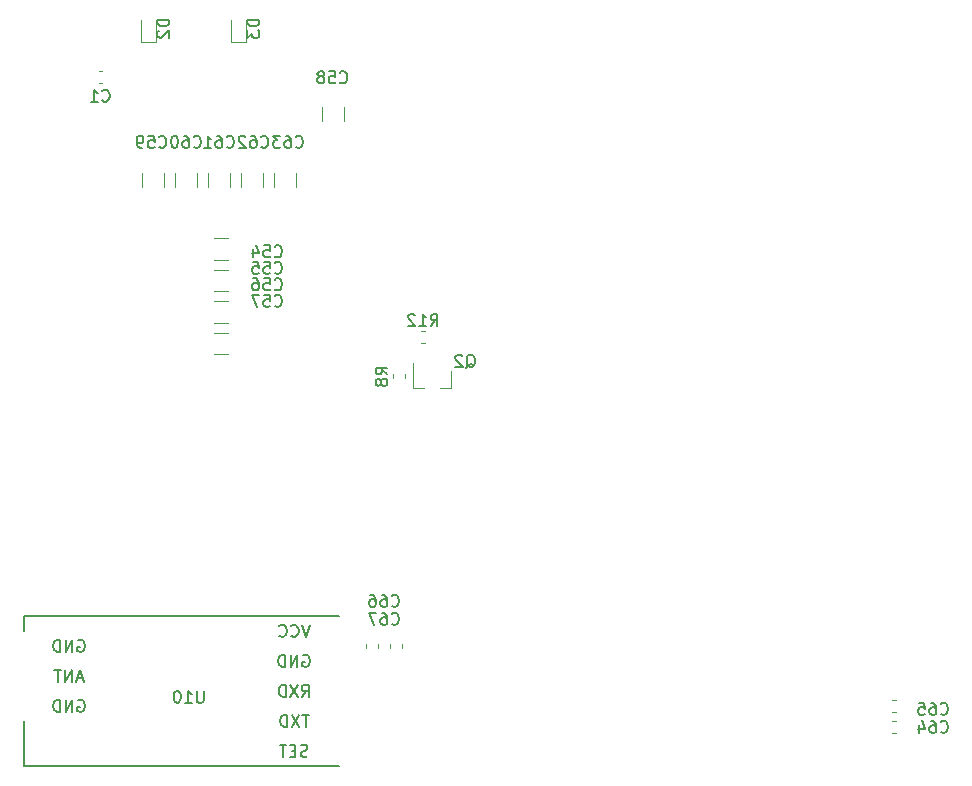
<source format=gbr>
G04 #@! TF.GenerationSoftware,KiCad,Pcbnew,(5.0.0)*
G04 #@! TF.CreationDate,2019-05-21T21:20:09+02:00*
G04 #@! TF.ProjectId,Nightmare V2 pcb V6,4E696768746D61726520563220706362,rev?*
G04 #@! TF.SameCoordinates,Original*
G04 #@! TF.FileFunction,Legend,Bot*
G04 #@! TF.FilePolarity,Positive*
%FSLAX46Y46*%
G04 Gerber Fmt 4.6, Leading zero omitted, Abs format (unit mm)*
G04 Created by KiCad (PCBNEW (5.0.0)) date 05/21/19 21:20:09*
%MOMM*%
%LPD*%
G01*
G04 APERTURE LIST*
%ADD10C,0.120000*%
%ADD11C,0.150000*%
G04 APERTURE END LIST*
D10*
G04 #@! TO.C,R12*
X159674779Y-106678000D02*
X159349221Y-106678000D01*
X159674779Y-107698000D02*
X159349221Y-107698000D01*
G04 #@! TO.C,R8*
X156970000Y-110327221D02*
X156970000Y-110652779D01*
X157990000Y-110327221D02*
X157990000Y-110652779D01*
G04 #@! TO.C,Q2*
X161854000Y-111504000D02*
X160924000Y-111504000D01*
X158694000Y-111504000D02*
X159624000Y-111504000D01*
X158694000Y-111504000D02*
X158694000Y-109344000D01*
X161854000Y-111504000D02*
X161854000Y-110044000D01*
G04 #@! TO.C,D3*
X143291000Y-80326000D02*
X143291000Y-82176000D01*
X144491000Y-80326000D02*
X144491000Y-82176000D01*
X144491000Y-82176000D02*
X143291000Y-82176000D01*
G04 #@! TO.C,D2*
X136871000Y-82176000D02*
X135671000Y-82176000D01*
X136871000Y-80326000D02*
X136871000Y-82176000D01*
X135671000Y-80326000D02*
X135671000Y-82176000D01*
G04 #@! TO.C,C1*
X132044221Y-84630800D02*
X132369779Y-84630800D01*
X132044221Y-85650800D02*
X132369779Y-85650800D01*
G04 #@! TO.C,C67*
X157736000Y-133187221D02*
X157736000Y-133512779D01*
X156716000Y-133187221D02*
X156716000Y-133512779D01*
G04 #@! TO.C,C66*
X154684000Y-133187221D02*
X154684000Y-133512779D01*
X155704000Y-133187221D02*
X155704000Y-133512779D01*
G04 #@! TO.C,C64*
X199227221Y-140718000D02*
X199552779Y-140718000D01*
X199227221Y-139698000D02*
X199552779Y-139698000D01*
G04 #@! TO.C,C65*
X199227221Y-137920000D02*
X199552779Y-137920000D01*
X199227221Y-138940000D02*
X199552779Y-138940000D01*
G04 #@! TO.C,C62*
X145944000Y-93250936D02*
X145944000Y-94455064D01*
X144124000Y-93250936D02*
X144124000Y-94455064D01*
G04 #@! TO.C,C63*
X146918000Y-93250936D02*
X146918000Y-94455064D01*
X148738000Y-93250936D02*
X148738000Y-94455064D01*
G04 #@! TO.C,C59*
X137562000Y-93250936D02*
X137562000Y-94455064D01*
X135742000Y-93250936D02*
X135742000Y-94455064D01*
G04 #@! TO.C,C58*
X152802000Y-88867064D02*
X152802000Y-87662936D01*
X150982000Y-88867064D02*
X150982000Y-87662936D01*
G04 #@! TO.C,C61*
X143150000Y-93250936D02*
X143150000Y-94455064D01*
X141330000Y-93250936D02*
X141330000Y-94455064D01*
G04 #@! TO.C,C57*
X143020990Y-106800798D02*
X141816862Y-106800798D01*
X143020990Y-108620798D02*
X141816862Y-108620798D01*
G04 #@! TO.C,C55*
X143020990Y-103286798D02*
X141816862Y-103286798D01*
X143020990Y-101466798D02*
X141816862Y-101466798D01*
G04 #@! TO.C,C54*
X143020990Y-98799798D02*
X141816862Y-98799798D01*
X143020990Y-100619798D02*
X141816862Y-100619798D01*
G04 #@! TO.C,C56*
X143020990Y-104133798D02*
X141816862Y-104133798D01*
X143020990Y-105953798D02*
X141816862Y-105953798D01*
G04 #@! TO.C,C60*
X138536000Y-93250936D02*
X138536000Y-94455064D01*
X140356000Y-93250936D02*
X140356000Y-94455064D01*
D11*
G04 #@! TO.C,U10*
X125730000Y-143510000D02*
X125730000Y-139700000D01*
X152400000Y-143510000D02*
X125730000Y-143510000D01*
X125730000Y-130810000D02*
X125730000Y-132080000D01*
X152400000Y-130810000D02*
X125730000Y-130810000D01*
G04 #@! TD*
G04 #@! TO.C,R12*
X160154857Y-106210380D02*
X160488190Y-105734190D01*
X160726285Y-106210380D02*
X160726285Y-105210380D01*
X160345333Y-105210380D01*
X160250095Y-105258000D01*
X160202476Y-105305619D01*
X160154857Y-105400857D01*
X160154857Y-105543714D01*
X160202476Y-105638952D01*
X160250095Y-105686571D01*
X160345333Y-105734190D01*
X160726285Y-105734190D01*
X159202476Y-106210380D02*
X159773904Y-106210380D01*
X159488190Y-106210380D02*
X159488190Y-105210380D01*
X159583428Y-105353238D01*
X159678666Y-105448476D01*
X159773904Y-105496095D01*
X158821523Y-105305619D02*
X158773904Y-105258000D01*
X158678666Y-105210380D01*
X158440571Y-105210380D01*
X158345333Y-105258000D01*
X158297714Y-105305619D01*
X158250095Y-105400857D01*
X158250095Y-105496095D01*
X158297714Y-105638952D01*
X158869142Y-106210380D01*
X158250095Y-106210380D01*
G04 #@! TO.C,R8*
X156502380Y-110323333D02*
X156026190Y-109990000D01*
X156502380Y-109751904D02*
X155502380Y-109751904D01*
X155502380Y-110132857D01*
X155550000Y-110228095D01*
X155597619Y-110275714D01*
X155692857Y-110323333D01*
X155835714Y-110323333D01*
X155930952Y-110275714D01*
X155978571Y-110228095D01*
X156026190Y-110132857D01*
X156026190Y-109751904D01*
X155930952Y-110894761D02*
X155883333Y-110799523D01*
X155835714Y-110751904D01*
X155740476Y-110704285D01*
X155692857Y-110704285D01*
X155597619Y-110751904D01*
X155550000Y-110799523D01*
X155502380Y-110894761D01*
X155502380Y-111085238D01*
X155550000Y-111180476D01*
X155597619Y-111228095D01*
X155692857Y-111275714D01*
X155740476Y-111275714D01*
X155835714Y-111228095D01*
X155883333Y-111180476D01*
X155930952Y-111085238D01*
X155930952Y-110894761D01*
X155978571Y-110799523D01*
X156026190Y-110751904D01*
X156121428Y-110704285D01*
X156311904Y-110704285D01*
X156407142Y-110751904D01*
X156454761Y-110799523D01*
X156502380Y-110894761D01*
X156502380Y-111085238D01*
X156454761Y-111180476D01*
X156407142Y-111228095D01*
X156311904Y-111275714D01*
X156121428Y-111275714D01*
X156026190Y-111228095D01*
X155978571Y-111180476D01*
X155930952Y-111085238D01*
G04 #@! TO.C,Q2*
X163163238Y-109767619D02*
X163258476Y-109720000D01*
X163353714Y-109624761D01*
X163496571Y-109481904D01*
X163591809Y-109434285D01*
X163687047Y-109434285D01*
X163639428Y-109672380D02*
X163734666Y-109624761D01*
X163829904Y-109529523D01*
X163877523Y-109339047D01*
X163877523Y-109005714D01*
X163829904Y-108815238D01*
X163734666Y-108720000D01*
X163639428Y-108672380D01*
X163448952Y-108672380D01*
X163353714Y-108720000D01*
X163258476Y-108815238D01*
X163210857Y-109005714D01*
X163210857Y-109339047D01*
X163258476Y-109529523D01*
X163353714Y-109624761D01*
X163448952Y-109672380D01*
X163639428Y-109672380D01*
X162829904Y-108767619D02*
X162782285Y-108720000D01*
X162687047Y-108672380D01*
X162448952Y-108672380D01*
X162353714Y-108720000D01*
X162306095Y-108767619D01*
X162258476Y-108862857D01*
X162258476Y-108958095D01*
X162306095Y-109100952D01*
X162877523Y-109672380D01*
X162258476Y-109672380D01*
G04 #@! TO.C,D3*
X145643380Y-80287904D02*
X144643380Y-80287904D01*
X144643380Y-80526000D01*
X144691000Y-80668857D01*
X144786238Y-80764095D01*
X144881476Y-80811714D01*
X145071952Y-80859333D01*
X145214809Y-80859333D01*
X145405285Y-80811714D01*
X145500523Y-80764095D01*
X145595761Y-80668857D01*
X145643380Y-80526000D01*
X145643380Y-80287904D01*
X144643380Y-81192666D02*
X144643380Y-81811714D01*
X145024333Y-81478380D01*
X145024333Y-81621238D01*
X145071952Y-81716476D01*
X145119571Y-81764095D01*
X145214809Y-81811714D01*
X145452904Y-81811714D01*
X145548142Y-81764095D01*
X145595761Y-81716476D01*
X145643380Y-81621238D01*
X145643380Y-81335523D01*
X145595761Y-81240285D01*
X145548142Y-81192666D01*
G04 #@! TO.C,D2*
X138023380Y-80287904D02*
X137023380Y-80287904D01*
X137023380Y-80526000D01*
X137071000Y-80668857D01*
X137166238Y-80764095D01*
X137261476Y-80811714D01*
X137451952Y-80859333D01*
X137594809Y-80859333D01*
X137785285Y-80811714D01*
X137880523Y-80764095D01*
X137975761Y-80668857D01*
X138023380Y-80526000D01*
X138023380Y-80287904D01*
X137118619Y-81240285D02*
X137071000Y-81287904D01*
X137023380Y-81383142D01*
X137023380Y-81621238D01*
X137071000Y-81716476D01*
X137118619Y-81764095D01*
X137213857Y-81811714D01*
X137309095Y-81811714D01*
X137451952Y-81764095D01*
X138023380Y-81192666D01*
X138023380Y-81811714D01*
G04 #@! TO.C,C1*
X132348266Y-87123542D02*
X132395885Y-87171161D01*
X132538742Y-87218780D01*
X132633980Y-87218780D01*
X132776838Y-87171161D01*
X132872076Y-87075923D01*
X132919695Y-86980685D01*
X132967314Y-86790209D01*
X132967314Y-86647352D01*
X132919695Y-86456876D01*
X132872076Y-86361638D01*
X132776838Y-86266400D01*
X132633980Y-86218780D01*
X132538742Y-86218780D01*
X132395885Y-86266400D01*
X132348266Y-86314019D01*
X131395885Y-87218780D02*
X131967314Y-87218780D01*
X131681600Y-87218780D02*
X131681600Y-86218780D01*
X131776838Y-86361638D01*
X131872076Y-86456876D01*
X131967314Y-86504495D01*
G04 #@! TO.C,C67*
X156852857Y-131421142D02*
X156900476Y-131468761D01*
X157043333Y-131516380D01*
X157138571Y-131516380D01*
X157281428Y-131468761D01*
X157376666Y-131373523D01*
X157424285Y-131278285D01*
X157471904Y-131087809D01*
X157471904Y-130944952D01*
X157424285Y-130754476D01*
X157376666Y-130659238D01*
X157281428Y-130564000D01*
X157138571Y-130516380D01*
X157043333Y-130516380D01*
X156900476Y-130564000D01*
X156852857Y-130611619D01*
X155995714Y-130516380D02*
X156186190Y-130516380D01*
X156281428Y-130564000D01*
X156329047Y-130611619D01*
X156424285Y-130754476D01*
X156471904Y-130944952D01*
X156471904Y-131325904D01*
X156424285Y-131421142D01*
X156376666Y-131468761D01*
X156281428Y-131516380D01*
X156090952Y-131516380D01*
X155995714Y-131468761D01*
X155948095Y-131421142D01*
X155900476Y-131325904D01*
X155900476Y-131087809D01*
X155948095Y-130992571D01*
X155995714Y-130944952D01*
X156090952Y-130897333D01*
X156281428Y-130897333D01*
X156376666Y-130944952D01*
X156424285Y-130992571D01*
X156471904Y-131087809D01*
X155567142Y-130516380D02*
X154900476Y-130516380D01*
X155329047Y-131516380D01*
G04 #@! TO.C,C66*
X156852857Y-129897142D02*
X156900476Y-129944761D01*
X157043333Y-129992380D01*
X157138571Y-129992380D01*
X157281428Y-129944761D01*
X157376666Y-129849523D01*
X157424285Y-129754285D01*
X157471904Y-129563809D01*
X157471904Y-129420952D01*
X157424285Y-129230476D01*
X157376666Y-129135238D01*
X157281428Y-129040000D01*
X157138571Y-128992380D01*
X157043333Y-128992380D01*
X156900476Y-129040000D01*
X156852857Y-129087619D01*
X155995714Y-128992380D02*
X156186190Y-128992380D01*
X156281428Y-129040000D01*
X156329047Y-129087619D01*
X156424285Y-129230476D01*
X156471904Y-129420952D01*
X156471904Y-129801904D01*
X156424285Y-129897142D01*
X156376666Y-129944761D01*
X156281428Y-129992380D01*
X156090952Y-129992380D01*
X155995714Y-129944761D01*
X155948095Y-129897142D01*
X155900476Y-129801904D01*
X155900476Y-129563809D01*
X155948095Y-129468571D01*
X155995714Y-129420952D01*
X156090952Y-129373333D01*
X156281428Y-129373333D01*
X156376666Y-129420952D01*
X156424285Y-129468571D01*
X156471904Y-129563809D01*
X155043333Y-128992380D02*
X155233809Y-128992380D01*
X155329047Y-129040000D01*
X155376666Y-129087619D01*
X155471904Y-129230476D01*
X155519523Y-129420952D01*
X155519523Y-129801904D01*
X155471904Y-129897142D01*
X155424285Y-129944761D01*
X155329047Y-129992380D01*
X155138571Y-129992380D01*
X155043333Y-129944761D01*
X154995714Y-129897142D01*
X154948095Y-129801904D01*
X154948095Y-129563809D01*
X154995714Y-129468571D01*
X155043333Y-129420952D01*
X155138571Y-129373333D01*
X155329047Y-129373333D01*
X155424285Y-129420952D01*
X155471904Y-129468571D01*
X155519523Y-129563809D01*
G04 #@! TO.C,C64*
X203334857Y-140565142D02*
X203382476Y-140612761D01*
X203525333Y-140660380D01*
X203620571Y-140660380D01*
X203763428Y-140612761D01*
X203858666Y-140517523D01*
X203906285Y-140422285D01*
X203953904Y-140231809D01*
X203953904Y-140088952D01*
X203906285Y-139898476D01*
X203858666Y-139803238D01*
X203763428Y-139708000D01*
X203620571Y-139660380D01*
X203525333Y-139660380D01*
X203382476Y-139708000D01*
X203334857Y-139755619D01*
X202477714Y-139660380D02*
X202668190Y-139660380D01*
X202763428Y-139708000D01*
X202811047Y-139755619D01*
X202906285Y-139898476D01*
X202953904Y-140088952D01*
X202953904Y-140469904D01*
X202906285Y-140565142D01*
X202858666Y-140612761D01*
X202763428Y-140660380D01*
X202572952Y-140660380D01*
X202477714Y-140612761D01*
X202430095Y-140565142D01*
X202382476Y-140469904D01*
X202382476Y-140231809D01*
X202430095Y-140136571D01*
X202477714Y-140088952D01*
X202572952Y-140041333D01*
X202763428Y-140041333D01*
X202858666Y-140088952D01*
X202906285Y-140136571D01*
X202953904Y-140231809D01*
X201525333Y-139993714D02*
X201525333Y-140660380D01*
X201763428Y-139612761D02*
X202001523Y-140327047D01*
X201382476Y-140327047D01*
G04 #@! TO.C,C65*
X203334857Y-139041142D02*
X203382476Y-139088761D01*
X203525333Y-139136380D01*
X203620571Y-139136380D01*
X203763428Y-139088761D01*
X203858666Y-138993523D01*
X203906285Y-138898285D01*
X203953904Y-138707809D01*
X203953904Y-138564952D01*
X203906285Y-138374476D01*
X203858666Y-138279238D01*
X203763428Y-138184000D01*
X203620571Y-138136380D01*
X203525333Y-138136380D01*
X203382476Y-138184000D01*
X203334857Y-138231619D01*
X202477714Y-138136380D02*
X202668190Y-138136380D01*
X202763428Y-138184000D01*
X202811047Y-138231619D01*
X202906285Y-138374476D01*
X202953904Y-138564952D01*
X202953904Y-138945904D01*
X202906285Y-139041142D01*
X202858666Y-139088761D01*
X202763428Y-139136380D01*
X202572952Y-139136380D01*
X202477714Y-139088761D01*
X202430095Y-139041142D01*
X202382476Y-138945904D01*
X202382476Y-138707809D01*
X202430095Y-138612571D01*
X202477714Y-138564952D01*
X202572952Y-138517333D01*
X202763428Y-138517333D01*
X202858666Y-138564952D01*
X202906285Y-138612571D01*
X202953904Y-138707809D01*
X201477714Y-138136380D02*
X201953904Y-138136380D01*
X202001523Y-138612571D01*
X201953904Y-138564952D01*
X201858666Y-138517333D01*
X201620571Y-138517333D01*
X201525333Y-138564952D01*
X201477714Y-138612571D01*
X201430095Y-138707809D01*
X201430095Y-138945904D01*
X201477714Y-139041142D01*
X201525333Y-139088761D01*
X201620571Y-139136380D01*
X201858666Y-139136380D01*
X201953904Y-139088761D01*
X202001523Y-139041142D01*
G04 #@! TO.C,C62*
X145803857Y-91035142D02*
X145851476Y-91082761D01*
X145994333Y-91130380D01*
X146089571Y-91130380D01*
X146232428Y-91082761D01*
X146327666Y-90987523D01*
X146375285Y-90892285D01*
X146422904Y-90701809D01*
X146422904Y-90558952D01*
X146375285Y-90368476D01*
X146327666Y-90273238D01*
X146232428Y-90178000D01*
X146089571Y-90130380D01*
X145994333Y-90130380D01*
X145851476Y-90178000D01*
X145803857Y-90225619D01*
X144946714Y-90130380D02*
X145137190Y-90130380D01*
X145232428Y-90178000D01*
X145280047Y-90225619D01*
X145375285Y-90368476D01*
X145422904Y-90558952D01*
X145422904Y-90939904D01*
X145375285Y-91035142D01*
X145327666Y-91082761D01*
X145232428Y-91130380D01*
X145041952Y-91130380D01*
X144946714Y-91082761D01*
X144899095Y-91035142D01*
X144851476Y-90939904D01*
X144851476Y-90701809D01*
X144899095Y-90606571D01*
X144946714Y-90558952D01*
X145041952Y-90511333D01*
X145232428Y-90511333D01*
X145327666Y-90558952D01*
X145375285Y-90606571D01*
X145422904Y-90701809D01*
X144470523Y-90225619D02*
X144422904Y-90178000D01*
X144327666Y-90130380D01*
X144089571Y-90130380D01*
X143994333Y-90178000D01*
X143946714Y-90225619D01*
X143899095Y-90320857D01*
X143899095Y-90416095D01*
X143946714Y-90558952D01*
X144518142Y-91130380D01*
X143899095Y-91130380D01*
G04 #@! TO.C,C63*
X148724857Y-91035142D02*
X148772476Y-91082761D01*
X148915333Y-91130380D01*
X149010571Y-91130380D01*
X149153428Y-91082761D01*
X149248666Y-90987523D01*
X149296285Y-90892285D01*
X149343904Y-90701809D01*
X149343904Y-90558952D01*
X149296285Y-90368476D01*
X149248666Y-90273238D01*
X149153428Y-90178000D01*
X149010571Y-90130380D01*
X148915333Y-90130380D01*
X148772476Y-90178000D01*
X148724857Y-90225619D01*
X147867714Y-90130380D02*
X148058190Y-90130380D01*
X148153428Y-90178000D01*
X148201047Y-90225619D01*
X148296285Y-90368476D01*
X148343904Y-90558952D01*
X148343904Y-90939904D01*
X148296285Y-91035142D01*
X148248666Y-91082761D01*
X148153428Y-91130380D01*
X147962952Y-91130380D01*
X147867714Y-91082761D01*
X147820095Y-91035142D01*
X147772476Y-90939904D01*
X147772476Y-90701809D01*
X147820095Y-90606571D01*
X147867714Y-90558952D01*
X147962952Y-90511333D01*
X148153428Y-90511333D01*
X148248666Y-90558952D01*
X148296285Y-90606571D01*
X148343904Y-90701809D01*
X147439142Y-90130380D02*
X146820095Y-90130380D01*
X147153428Y-90511333D01*
X147010571Y-90511333D01*
X146915333Y-90558952D01*
X146867714Y-90606571D01*
X146820095Y-90701809D01*
X146820095Y-90939904D01*
X146867714Y-91035142D01*
X146915333Y-91082761D01*
X147010571Y-91130380D01*
X147296285Y-91130380D01*
X147391523Y-91082761D01*
X147439142Y-91035142D01*
G04 #@! TO.C,C59*
X137167857Y-91035142D02*
X137215476Y-91082761D01*
X137358333Y-91130380D01*
X137453571Y-91130380D01*
X137596428Y-91082761D01*
X137691666Y-90987523D01*
X137739285Y-90892285D01*
X137786904Y-90701809D01*
X137786904Y-90558952D01*
X137739285Y-90368476D01*
X137691666Y-90273238D01*
X137596428Y-90178000D01*
X137453571Y-90130380D01*
X137358333Y-90130380D01*
X137215476Y-90178000D01*
X137167857Y-90225619D01*
X136263095Y-90130380D02*
X136739285Y-90130380D01*
X136786904Y-90606571D01*
X136739285Y-90558952D01*
X136644047Y-90511333D01*
X136405952Y-90511333D01*
X136310714Y-90558952D01*
X136263095Y-90606571D01*
X136215476Y-90701809D01*
X136215476Y-90939904D01*
X136263095Y-91035142D01*
X136310714Y-91082761D01*
X136405952Y-91130380D01*
X136644047Y-91130380D01*
X136739285Y-91082761D01*
X136786904Y-91035142D01*
X135739285Y-91130380D02*
X135548809Y-91130380D01*
X135453571Y-91082761D01*
X135405952Y-91035142D01*
X135310714Y-90892285D01*
X135263095Y-90701809D01*
X135263095Y-90320857D01*
X135310714Y-90225619D01*
X135358333Y-90178000D01*
X135453571Y-90130380D01*
X135644047Y-90130380D01*
X135739285Y-90178000D01*
X135786904Y-90225619D01*
X135834523Y-90320857D01*
X135834523Y-90558952D01*
X135786904Y-90654190D01*
X135739285Y-90701809D01*
X135644047Y-90749428D01*
X135453571Y-90749428D01*
X135358333Y-90701809D01*
X135310714Y-90654190D01*
X135263095Y-90558952D01*
G04 #@! TO.C,C58*
X152471357Y-85574142D02*
X152518976Y-85621761D01*
X152661833Y-85669380D01*
X152757071Y-85669380D01*
X152899928Y-85621761D01*
X152995166Y-85526523D01*
X153042785Y-85431285D01*
X153090404Y-85240809D01*
X153090404Y-85097952D01*
X153042785Y-84907476D01*
X152995166Y-84812238D01*
X152899928Y-84717000D01*
X152757071Y-84669380D01*
X152661833Y-84669380D01*
X152518976Y-84717000D01*
X152471357Y-84764619D01*
X151566595Y-84669380D02*
X152042785Y-84669380D01*
X152090404Y-85145571D01*
X152042785Y-85097952D01*
X151947547Y-85050333D01*
X151709452Y-85050333D01*
X151614214Y-85097952D01*
X151566595Y-85145571D01*
X151518976Y-85240809D01*
X151518976Y-85478904D01*
X151566595Y-85574142D01*
X151614214Y-85621761D01*
X151709452Y-85669380D01*
X151947547Y-85669380D01*
X152042785Y-85621761D01*
X152090404Y-85574142D01*
X150947547Y-85097952D02*
X151042785Y-85050333D01*
X151090404Y-85002714D01*
X151138023Y-84907476D01*
X151138023Y-84859857D01*
X151090404Y-84764619D01*
X151042785Y-84717000D01*
X150947547Y-84669380D01*
X150757071Y-84669380D01*
X150661833Y-84717000D01*
X150614214Y-84764619D01*
X150566595Y-84859857D01*
X150566595Y-84907476D01*
X150614214Y-85002714D01*
X150661833Y-85050333D01*
X150757071Y-85097952D01*
X150947547Y-85097952D01*
X151042785Y-85145571D01*
X151090404Y-85193190D01*
X151138023Y-85288428D01*
X151138023Y-85478904D01*
X151090404Y-85574142D01*
X151042785Y-85621761D01*
X150947547Y-85669380D01*
X150757071Y-85669380D01*
X150661833Y-85621761D01*
X150614214Y-85574142D01*
X150566595Y-85478904D01*
X150566595Y-85288428D01*
X150614214Y-85193190D01*
X150661833Y-85145571D01*
X150757071Y-85097952D01*
G04 #@! TO.C,C61*
X142882857Y-91035142D02*
X142930476Y-91082761D01*
X143073333Y-91130380D01*
X143168571Y-91130380D01*
X143311428Y-91082761D01*
X143406666Y-90987523D01*
X143454285Y-90892285D01*
X143501904Y-90701809D01*
X143501904Y-90558952D01*
X143454285Y-90368476D01*
X143406666Y-90273238D01*
X143311428Y-90178000D01*
X143168571Y-90130380D01*
X143073333Y-90130380D01*
X142930476Y-90178000D01*
X142882857Y-90225619D01*
X142025714Y-90130380D02*
X142216190Y-90130380D01*
X142311428Y-90178000D01*
X142359047Y-90225619D01*
X142454285Y-90368476D01*
X142501904Y-90558952D01*
X142501904Y-90939904D01*
X142454285Y-91035142D01*
X142406666Y-91082761D01*
X142311428Y-91130380D01*
X142120952Y-91130380D01*
X142025714Y-91082761D01*
X141978095Y-91035142D01*
X141930476Y-90939904D01*
X141930476Y-90701809D01*
X141978095Y-90606571D01*
X142025714Y-90558952D01*
X142120952Y-90511333D01*
X142311428Y-90511333D01*
X142406666Y-90558952D01*
X142454285Y-90606571D01*
X142501904Y-90701809D01*
X140978095Y-91130380D02*
X141549523Y-91130380D01*
X141263809Y-91130380D02*
X141263809Y-90130380D01*
X141359047Y-90273238D01*
X141454285Y-90368476D01*
X141549523Y-90416095D01*
G04 #@! TO.C,C57*
X146946857Y-104497142D02*
X146994476Y-104544761D01*
X147137333Y-104592380D01*
X147232571Y-104592380D01*
X147375428Y-104544761D01*
X147470666Y-104449523D01*
X147518285Y-104354285D01*
X147565904Y-104163809D01*
X147565904Y-104020952D01*
X147518285Y-103830476D01*
X147470666Y-103735238D01*
X147375428Y-103640000D01*
X147232571Y-103592380D01*
X147137333Y-103592380D01*
X146994476Y-103640000D01*
X146946857Y-103687619D01*
X146042095Y-103592380D02*
X146518285Y-103592380D01*
X146565904Y-104068571D01*
X146518285Y-104020952D01*
X146423047Y-103973333D01*
X146184952Y-103973333D01*
X146089714Y-104020952D01*
X146042095Y-104068571D01*
X145994476Y-104163809D01*
X145994476Y-104401904D01*
X146042095Y-104497142D01*
X146089714Y-104544761D01*
X146184952Y-104592380D01*
X146423047Y-104592380D01*
X146518285Y-104544761D01*
X146565904Y-104497142D01*
X145661142Y-103592380D02*
X144994476Y-103592380D01*
X145423047Y-104592380D01*
G04 #@! TO.C,C55*
X146946857Y-101703142D02*
X146994476Y-101750761D01*
X147137333Y-101798380D01*
X147232571Y-101798380D01*
X147375428Y-101750761D01*
X147470666Y-101655523D01*
X147518285Y-101560285D01*
X147565904Y-101369809D01*
X147565904Y-101226952D01*
X147518285Y-101036476D01*
X147470666Y-100941238D01*
X147375428Y-100846000D01*
X147232571Y-100798380D01*
X147137333Y-100798380D01*
X146994476Y-100846000D01*
X146946857Y-100893619D01*
X146042095Y-100798380D02*
X146518285Y-100798380D01*
X146565904Y-101274571D01*
X146518285Y-101226952D01*
X146423047Y-101179333D01*
X146184952Y-101179333D01*
X146089714Y-101226952D01*
X146042095Y-101274571D01*
X145994476Y-101369809D01*
X145994476Y-101607904D01*
X146042095Y-101703142D01*
X146089714Y-101750761D01*
X146184952Y-101798380D01*
X146423047Y-101798380D01*
X146518285Y-101750761D01*
X146565904Y-101703142D01*
X145089714Y-100798380D02*
X145565904Y-100798380D01*
X145613523Y-101274571D01*
X145565904Y-101226952D01*
X145470666Y-101179333D01*
X145232571Y-101179333D01*
X145137333Y-101226952D01*
X145089714Y-101274571D01*
X145042095Y-101369809D01*
X145042095Y-101607904D01*
X145089714Y-101703142D01*
X145137333Y-101750761D01*
X145232571Y-101798380D01*
X145470666Y-101798380D01*
X145565904Y-101750761D01*
X145613523Y-101703142D01*
G04 #@! TO.C,C54*
X146946857Y-100306142D02*
X146994476Y-100353761D01*
X147137333Y-100401380D01*
X147232571Y-100401380D01*
X147375428Y-100353761D01*
X147470666Y-100258523D01*
X147518285Y-100163285D01*
X147565904Y-99972809D01*
X147565904Y-99829952D01*
X147518285Y-99639476D01*
X147470666Y-99544238D01*
X147375428Y-99449000D01*
X147232571Y-99401380D01*
X147137333Y-99401380D01*
X146994476Y-99449000D01*
X146946857Y-99496619D01*
X146042095Y-99401380D02*
X146518285Y-99401380D01*
X146565904Y-99877571D01*
X146518285Y-99829952D01*
X146423047Y-99782333D01*
X146184952Y-99782333D01*
X146089714Y-99829952D01*
X146042095Y-99877571D01*
X145994476Y-99972809D01*
X145994476Y-100210904D01*
X146042095Y-100306142D01*
X146089714Y-100353761D01*
X146184952Y-100401380D01*
X146423047Y-100401380D01*
X146518285Y-100353761D01*
X146565904Y-100306142D01*
X145137333Y-99734714D02*
X145137333Y-100401380D01*
X145375428Y-99353761D02*
X145613523Y-100068047D01*
X144994476Y-100068047D01*
G04 #@! TO.C,C56*
X146946857Y-103100142D02*
X146994476Y-103147761D01*
X147137333Y-103195380D01*
X147232571Y-103195380D01*
X147375428Y-103147761D01*
X147470666Y-103052523D01*
X147518285Y-102957285D01*
X147565904Y-102766809D01*
X147565904Y-102623952D01*
X147518285Y-102433476D01*
X147470666Y-102338238D01*
X147375428Y-102243000D01*
X147232571Y-102195380D01*
X147137333Y-102195380D01*
X146994476Y-102243000D01*
X146946857Y-102290619D01*
X146042095Y-102195380D02*
X146518285Y-102195380D01*
X146565904Y-102671571D01*
X146518285Y-102623952D01*
X146423047Y-102576333D01*
X146184952Y-102576333D01*
X146089714Y-102623952D01*
X146042095Y-102671571D01*
X145994476Y-102766809D01*
X145994476Y-103004904D01*
X146042095Y-103100142D01*
X146089714Y-103147761D01*
X146184952Y-103195380D01*
X146423047Y-103195380D01*
X146518285Y-103147761D01*
X146565904Y-103100142D01*
X145137333Y-102195380D02*
X145327809Y-102195380D01*
X145423047Y-102243000D01*
X145470666Y-102290619D01*
X145565904Y-102433476D01*
X145613523Y-102623952D01*
X145613523Y-103004904D01*
X145565904Y-103100142D01*
X145518285Y-103147761D01*
X145423047Y-103195380D01*
X145232571Y-103195380D01*
X145137333Y-103147761D01*
X145089714Y-103100142D01*
X145042095Y-103004904D01*
X145042095Y-102766809D01*
X145089714Y-102671571D01*
X145137333Y-102623952D01*
X145232571Y-102576333D01*
X145423047Y-102576333D01*
X145518285Y-102623952D01*
X145565904Y-102671571D01*
X145613523Y-102766809D01*
G04 #@! TO.C,C60*
X140088857Y-91035142D02*
X140136476Y-91082761D01*
X140279333Y-91130380D01*
X140374571Y-91130380D01*
X140517428Y-91082761D01*
X140612666Y-90987523D01*
X140660285Y-90892285D01*
X140707904Y-90701809D01*
X140707904Y-90558952D01*
X140660285Y-90368476D01*
X140612666Y-90273238D01*
X140517428Y-90178000D01*
X140374571Y-90130380D01*
X140279333Y-90130380D01*
X140136476Y-90178000D01*
X140088857Y-90225619D01*
X139231714Y-90130380D02*
X139422190Y-90130380D01*
X139517428Y-90178000D01*
X139565047Y-90225619D01*
X139660285Y-90368476D01*
X139707904Y-90558952D01*
X139707904Y-90939904D01*
X139660285Y-91035142D01*
X139612666Y-91082761D01*
X139517428Y-91130380D01*
X139326952Y-91130380D01*
X139231714Y-91082761D01*
X139184095Y-91035142D01*
X139136476Y-90939904D01*
X139136476Y-90701809D01*
X139184095Y-90606571D01*
X139231714Y-90558952D01*
X139326952Y-90511333D01*
X139517428Y-90511333D01*
X139612666Y-90558952D01*
X139660285Y-90606571D01*
X139707904Y-90701809D01*
X138517428Y-90130380D02*
X138422190Y-90130380D01*
X138326952Y-90178000D01*
X138279333Y-90225619D01*
X138231714Y-90320857D01*
X138184095Y-90511333D01*
X138184095Y-90749428D01*
X138231714Y-90939904D01*
X138279333Y-91035142D01*
X138326952Y-91082761D01*
X138422190Y-91130380D01*
X138517428Y-91130380D01*
X138612666Y-91082761D01*
X138660285Y-91035142D01*
X138707904Y-90939904D01*
X138755523Y-90749428D01*
X138755523Y-90511333D01*
X138707904Y-90320857D01*
X138660285Y-90225619D01*
X138612666Y-90178000D01*
X138517428Y-90130380D01*
G04 #@! TO.C,U10*
X140938095Y-137112380D02*
X140938095Y-137921904D01*
X140890476Y-138017142D01*
X140842857Y-138064761D01*
X140747619Y-138112380D01*
X140557142Y-138112380D01*
X140461904Y-138064761D01*
X140414285Y-138017142D01*
X140366666Y-137921904D01*
X140366666Y-137112380D01*
X139366666Y-138112380D02*
X139938095Y-138112380D01*
X139652380Y-138112380D02*
X139652380Y-137112380D01*
X139747619Y-137255238D01*
X139842857Y-137350476D01*
X139938095Y-137398095D01*
X138747619Y-137112380D02*
X138652380Y-137112380D01*
X138557142Y-137160000D01*
X138509523Y-137207619D01*
X138461904Y-137302857D01*
X138414285Y-137493333D01*
X138414285Y-137731428D01*
X138461904Y-137921904D01*
X138509523Y-138017142D01*
X138557142Y-138064761D01*
X138652380Y-138112380D01*
X138747619Y-138112380D01*
X138842857Y-138064761D01*
X138890476Y-138017142D01*
X138938095Y-137921904D01*
X138985714Y-137731428D01*
X138985714Y-137493333D01*
X138938095Y-137302857D01*
X138890476Y-137207619D01*
X138842857Y-137160000D01*
X138747619Y-137112380D01*
X130301904Y-137930000D02*
X130397142Y-137882380D01*
X130540000Y-137882380D01*
X130682857Y-137930000D01*
X130778095Y-138025238D01*
X130825714Y-138120476D01*
X130873333Y-138310952D01*
X130873333Y-138453809D01*
X130825714Y-138644285D01*
X130778095Y-138739523D01*
X130682857Y-138834761D01*
X130540000Y-138882380D01*
X130444761Y-138882380D01*
X130301904Y-138834761D01*
X130254285Y-138787142D01*
X130254285Y-138453809D01*
X130444761Y-138453809D01*
X129825714Y-138882380D02*
X129825714Y-137882380D01*
X129254285Y-138882380D01*
X129254285Y-137882380D01*
X128778095Y-138882380D02*
X128778095Y-137882380D01*
X128540000Y-137882380D01*
X128397142Y-137930000D01*
X128301904Y-138025238D01*
X128254285Y-138120476D01*
X128206666Y-138310952D01*
X128206666Y-138453809D01*
X128254285Y-138644285D01*
X128301904Y-138739523D01*
X128397142Y-138834761D01*
X128540000Y-138882380D01*
X128778095Y-138882380D01*
X130682857Y-136056666D02*
X130206666Y-136056666D01*
X130778095Y-136342380D02*
X130444761Y-135342380D01*
X130111428Y-136342380D01*
X129778095Y-136342380D02*
X129778095Y-135342380D01*
X129206666Y-136342380D01*
X129206666Y-135342380D01*
X128873333Y-135342380D02*
X128301904Y-135342380D01*
X128587619Y-136342380D02*
X128587619Y-135342380D01*
X130301904Y-132850000D02*
X130397142Y-132802380D01*
X130540000Y-132802380D01*
X130682857Y-132850000D01*
X130778095Y-132945238D01*
X130825714Y-133040476D01*
X130873333Y-133230952D01*
X130873333Y-133373809D01*
X130825714Y-133564285D01*
X130778095Y-133659523D01*
X130682857Y-133754761D01*
X130540000Y-133802380D01*
X130444761Y-133802380D01*
X130301904Y-133754761D01*
X130254285Y-133707142D01*
X130254285Y-133373809D01*
X130444761Y-133373809D01*
X129825714Y-133802380D02*
X129825714Y-132802380D01*
X129254285Y-133802380D01*
X129254285Y-132802380D01*
X128778095Y-133802380D02*
X128778095Y-132802380D01*
X128540000Y-132802380D01*
X128397142Y-132850000D01*
X128301904Y-132945238D01*
X128254285Y-133040476D01*
X128206666Y-133230952D01*
X128206666Y-133373809D01*
X128254285Y-133564285D01*
X128301904Y-133659523D01*
X128397142Y-133754761D01*
X128540000Y-133802380D01*
X128778095Y-133802380D01*
X149709047Y-142644761D02*
X149566190Y-142692380D01*
X149328095Y-142692380D01*
X149232857Y-142644761D01*
X149185238Y-142597142D01*
X149137619Y-142501904D01*
X149137619Y-142406666D01*
X149185238Y-142311428D01*
X149232857Y-142263809D01*
X149328095Y-142216190D01*
X149518571Y-142168571D01*
X149613809Y-142120952D01*
X149661428Y-142073333D01*
X149709047Y-141978095D01*
X149709047Y-141882857D01*
X149661428Y-141787619D01*
X149613809Y-141740000D01*
X149518571Y-141692380D01*
X149280476Y-141692380D01*
X149137619Y-141740000D01*
X148709047Y-142168571D02*
X148375714Y-142168571D01*
X148232857Y-142692380D02*
X148709047Y-142692380D01*
X148709047Y-141692380D01*
X148232857Y-141692380D01*
X147947142Y-141692380D02*
X147375714Y-141692380D01*
X147661428Y-142692380D02*
X147661428Y-141692380D01*
X149851904Y-139152380D02*
X149280476Y-139152380D01*
X149566190Y-140152380D02*
X149566190Y-139152380D01*
X149042380Y-139152380D02*
X148375714Y-140152380D01*
X148375714Y-139152380D02*
X149042380Y-140152380D01*
X147994761Y-140152380D02*
X147994761Y-139152380D01*
X147756666Y-139152380D01*
X147613809Y-139200000D01*
X147518571Y-139295238D01*
X147470952Y-139390476D01*
X147423333Y-139580952D01*
X147423333Y-139723809D01*
X147470952Y-139914285D01*
X147518571Y-140009523D01*
X147613809Y-140104761D01*
X147756666Y-140152380D01*
X147994761Y-140152380D01*
X149256666Y-137612380D02*
X149590000Y-137136190D01*
X149828095Y-137612380D02*
X149828095Y-136612380D01*
X149447142Y-136612380D01*
X149351904Y-136660000D01*
X149304285Y-136707619D01*
X149256666Y-136802857D01*
X149256666Y-136945714D01*
X149304285Y-137040952D01*
X149351904Y-137088571D01*
X149447142Y-137136190D01*
X149828095Y-137136190D01*
X148923333Y-136612380D02*
X148256666Y-137612380D01*
X148256666Y-136612380D02*
X148923333Y-137612380D01*
X147875714Y-137612380D02*
X147875714Y-136612380D01*
X147637619Y-136612380D01*
X147494761Y-136660000D01*
X147399523Y-136755238D01*
X147351904Y-136850476D01*
X147304285Y-137040952D01*
X147304285Y-137183809D01*
X147351904Y-137374285D01*
X147399523Y-137469523D01*
X147494761Y-137564761D01*
X147637619Y-137612380D01*
X147875714Y-137612380D01*
X149351904Y-134120000D02*
X149447142Y-134072380D01*
X149590000Y-134072380D01*
X149732857Y-134120000D01*
X149828095Y-134215238D01*
X149875714Y-134310476D01*
X149923333Y-134500952D01*
X149923333Y-134643809D01*
X149875714Y-134834285D01*
X149828095Y-134929523D01*
X149732857Y-135024761D01*
X149590000Y-135072380D01*
X149494761Y-135072380D01*
X149351904Y-135024761D01*
X149304285Y-134977142D01*
X149304285Y-134643809D01*
X149494761Y-134643809D01*
X148875714Y-135072380D02*
X148875714Y-134072380D01*
X148304285Y-135072380D01*
X148304285Y-134072380D01*
X147828095Y-135072380D02*
X147828095Y-134072380D01*
X147590000Y-134072380D01*
X147447142Y-134120000D01*
X147351904Y-134215238D01*
X147304285Y-134310476D01*
X147256666Y-134500952D01*
X147256666Y-134643809D01*
X147304285Y-134834285D01*
X147351904Y-134929523D01*
X147447142Y-135024761D01*
X147590000Y-135072380D01*
X147828095Y-135072380D01*
X149923333Y-131532380D02*
X149590000Y-132532380D01*
X149256666Y-131532380D01*
X148351904Y-132437142D02*
X148399523Y-132484761D01*
X148542380Y-132532380D01*
X148637619Y-132532380D01*
X148780476Y-132484761D01*
X148875714Y-132389523D01*
X148923333Y-132294285D01*
X148970952Y-132103809D01*
X148970952Y-131960952D01*
X148923333Y-131770476D01*
X148875714Y-131675238D01*
X148780476Y-131580000D01*
X148637619Y-131532380D01*
X148542380Y-131532380D01*
X148399523Y-131580000D01*
X148351904Y-131627619D01*
X147351904Y-132437142D02*
X147399523Y-132484761D01*
X147542380Y-132532380D01*
X147637619Y-132532380D01*
X147780476Y-132484761D01*
X147875714Y-132389523D01*
X147923333Y-132294285D01*
X147970952Y-132103809D01*
X147970952Y-131960952D01*
X147923333Y-131770476D01*
X147875714Y-131675238D01*
X147780476Y-131580000D01*
X147637619Y-131532380D01*
X147542380Y-131532380D01*
X147399523Y-131580000D01*
X147351904Y-131627619D01*
G04 #@! TD*
M02*

</source>
